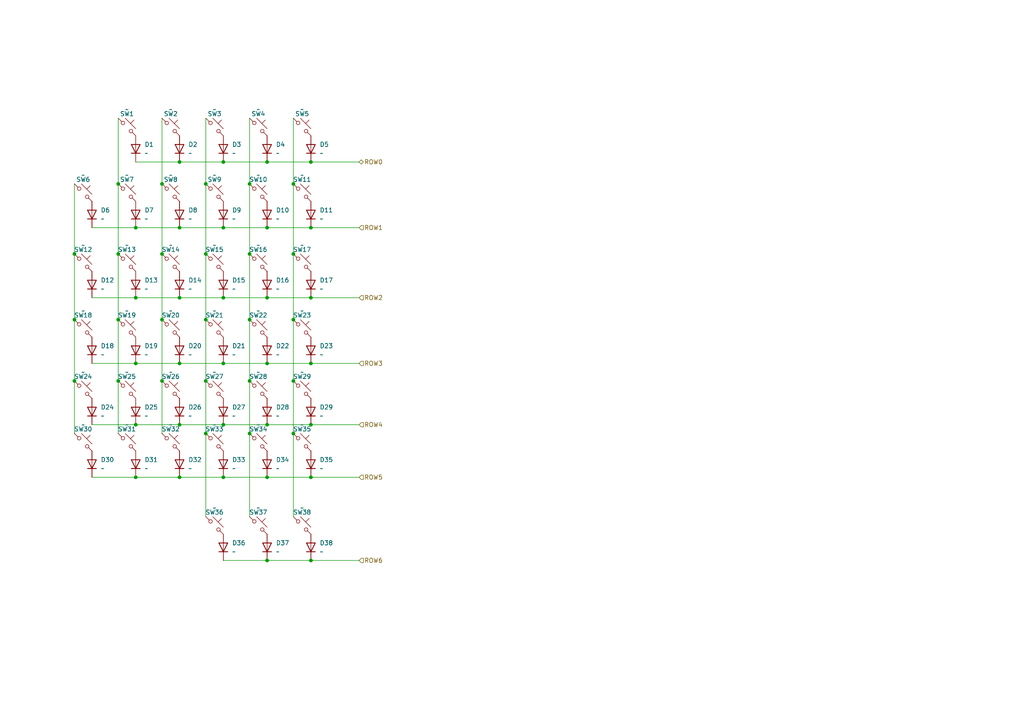
<source format=kicad_sch>
(kicad_sch (version 20230121) (generator eeschema)
  (paper "A4")
  (lib_symbols
    (symbol "Device:D" (pin_numbers hide) (pin_names (offset 1.016) hide)
      (property "Reference" "D" (at 0 2.54 0))
      (property "Value" "D" (at 0 -2.54 0))
      (symbol "D_0_1"
        (polyline (pts (xy -1.27 1.27) (xy -1.27 -1.27)) (stroke (width 0.254)))
        (polyline (pts (xy 1.27 0) (xy -1.27 0)))
        (polyline (pts (xy 1.27 1.27) (xy 1.27 -1.27) (xy -1.27 0) (xy 1.27 1.27)) (stroke (width 0.254)))
      )
      (symbol "D_1_1"
        (pin passive line (at -3.81 0 0) (length 2.54) (name "K") (number "1"))
        (pin passive line (at 3.81 0 180) (length 2.54) (name "A") (number "2"))
      )
    )
    (symbol "Switch:SW_Push_45deg" (pin_numbers hide) (pin_names (offset 1.016) hide)
      (property "Reference" "SW" (at 3.048 1.016 0))
      (property "Value" "SW_Push_45deg" (at 0 -3.81 0))
      (symbol "SW_Push_45deg_0_1"
        (circle (center -1.1684 1.1684) (radius 0.508))
        (polyline (pts (xy -0.508 2.54) (xy 2.54 -0.508)))
        (polyline (pts (xy 1.016 1.016) (xy 2.032 2.032)))
        (polyline (pts (xy -2.54 2.54) (xy -1.524 1.524) (xy -1.524 1.524)))
        (polyline (pts (xy 1.524 -1.524) (xy 2.54 -2.54) (xy 2.54 -2.54) (xy 2.54 -2.54)))
        (circle (center 1.143 -1.1938) (radius 0.508))
        (pin passive line (at -2.54 2.54 0) (length 0) (name "1") (number "1"))
        (pin passive line (at 2.54 -2.54 180) (length 0) (name "2") (number "2"))
      )
    )
  )
  (junction (at 77.47 105.41))
  (junction (at 52.07 46.99))
  (junction (at 90.17 46.99))
  (junction (at 85.09 110.49))
  (junction (at 39.37 66.04))
  (junction (at 21.59 73.66))
  (junction (at 52.07 66.04))
  (junction (at 52.07 123.19))
  (junction (at 77.47 66.04))
  (junction (at 85.09 92.71))
  (junction (at 64.77 105.41))
  (junction (at 34.29 53.34))
  (junction (at 52.07 86.36))
  (junction (at 64.77 66.04))
  (junction (at 85.09 125.73))
  (junction (at 77.47 86.36))
  (junction (at 59.69 53.34))
  (junction (at 46.99 110.49))
  (junction (at 72.39 53.34))
  (junction (at 39.37 86.36))
  (junction (at 46.99 73.66))
  (junction (at 72.39 73.66))
  (junction (at 90.17 162.56))
  (junction (at 52.07 138.43))
  (junction (at 34.29 110.49))
  (junction (at 90.17 66.04))
  (junction (at 21.59 92.71))
  (junction (at 72.39 92.71))
  (junction (at 21.59 110.49))
  (junction (at 90.17 123.19))
  (junction (at 34.29 92.71))
  (junction (at 59.69 92.71))
  (junction (at 39.37 138.43))
  (junction (at 39.37 123.19))
  (junction (at 77.47 138.43))
  (junction (at 77.47 162.56))
  (junction (at 85.09 73.66))
  (junction (at 90.17 86.36))
  (junction (at 59.69 110.49))
  (junction (at 64.77 138.43))
  (junction (at 72.39 110.49))
  (junction (at 64.77 123.19))
  (junction (at 90.17 105.41))
  (junction (at 77.47 46.99))
  (junction (at 85.09 53.34))
  (junction (at 59.69 125.73))
  (junction (at 72.39 125.73))
  (junction (at 77.47 123.19))
  (junction (at 52.07 105.41))
  (junction (at 39.37 105.41))
  (junction (at 59.69 73.66))
  (junction (at 34.29 73.66))
  (junction (at 64.77 86.36))
  (junction (at 46.99 92.71))
  (junction (at 64.77 46.99))
  (junction (at 46.99 53.34))
  (junction (at 90.17 138.43))
  (wire (pts (xy 52.07 123.19) (xy 64.77 123.19)))
  (wire (pts (xy 46.99 92.71) (xy 46.99 110.49)))
  (wire (pts (xy 90.17 105.41) (xy 104.14 105.41)))
  (wire (pts (xy 34.29 73.66) (xy 34.29 92.71)))
  (wire (pts (xy 52.07 138.43) (xy 64.77 138.43)))
  (wire (pts (xy 39.37 123.19) (xy 52.07 123.19)))
  (wire (pts (xy 64.77 162.56) (xy 77.47 162.56)))
  (wire (pts (xy 85.09 92.71) (xy 85.09 110.49)))
  (wire (pts (xy 77.47 46.99) (xy 90.17 46.99)))
  (wire (pts (xy 59.69 110.49) (xy 59.69 125.73)))
  (wire (pts (xy 64.77 105.41) (xy 77.47 105.41)))
  (wire (pts (xy 39.37 46.99) (xy 52.07 46.99)))
  (wire (pts (xy 72.39 110.49) (xy 72.39 125.73)))
  (wire (pts (xy 77.47 105.41) (xy 90.17 105.41)))
  (wire (pts (xy 21.59 53.34) (xy 21.59 73.66)))
  (wire (pts (xy 59.69 73.66) (xy 59.69 92.71)))
  (wire (pts (xy 39.37 66.04) (xy 52.07 66.04)))
  (wire (pts (xy 46.99 53.34) (xy 46.99 73.66)))
  (wire (pts (xy 52.07 86.36) (xy 64.77 86.36)))
  (wire (pts (xy 90.17 86.36) (xy 104.14 86.36)))
  (wire (pts (xy 90.17 123.19) (xy 104.14 123.19)))
  (wire (pts (xy 85.09 110.49) (xy 85.09 125.73)))
  (wire (pts (xy 39.37 138.43) (xy 52.07 138.43)))
  (wire (pts (xy 64.77 66.04) (xy 77.47 66.04)))
  (wire (pts (xy 46.99 125.73) (xy 46.99 110.49)))
  (wire (pts (xy 21.59 73.66) (xy 21.59 92.71)))
  (wire (pts (xy 72.39 125.73) (xy 72.39 149.86)))
  (wire (pts (xy 72.39 53.34) (xy 72.39 73.66)))
  (wire (pts (xy 85.09 53.34) (xy 85.09 73.66)))
  (wire (pts (xy 34.29 53.34) (xy 34.29 73.66)))
  (wire (pts (xy 26.67 105.41) (xy 39.37 105.41)))
  (wire (pts (xy 34.29 92.71) (xy 34.29 110.49)))
  (wire (pts (xy 46.99 34.29) (xy 46.99 53.34)))
  (wire (pts (xy 34.29 34.29) (xy 34.29 53.34)))
  (wire (pts (xy 77.47 66.04) (xy 90.17 66.04)))
  (wire (pts (xy 85.09 34.29) (xy 85.09 53.34)))
  (wire (pts (xy 52.07 66.04) (xy 64.77 66.04)))
  (wire (pts (xy 59.69 92.71) (xy 59.69 110.49)))
  (wire (pts (xy 85.09 125.73) (xy 85.09 149.86)))
  (wire (pts (xy 64.77 123.19) (xy 77.47 123.19)))
  (wire (pts (xy 26.67 86.36) (xy 39.37 86.36)))
  (wire (pts (xy 64.77 138.43) (xy 77.47 138.43)))
  (wire (pts (xy 59.69 34.29) (xy 59.69 53.34)))
  (wire (pts (xy 46.99 73.66) (xy 46.99 92.71)))
  (wire (pts (xy 34.29 125.73) (xy 34.29 110.49)))
  (wire (pts (xy 39.37 86.36) (xy 52.07 86.36)))
  (wire (pts (xy 21.59 110.49) (xy 21.59 125.73)))
  (wire (pts (xy 26.67 66.04) (xy 39.37 66.04)))
  (wire (pts (xy 90.17 46.99) (xy 104.14 46.99)))
  (wire (pts (xy 77.47 123.19) (xy 90.17 123.19)))
  (wire (pts (xy 77.47 138.43) (xy 90.17 138.43)))
  (wire (pts (xy 52.07 46.99) (xy 64.77 46.99)))
  (wire (pts (xy 90.17 162.56) (xy 104.14 162.56)))
  (wire (pts (xy 59.69 125.73) (xy 59.69 149.86)))
  (wire (pts (xy 26.67 123.19) (xy 39.37 123.19)))
  (wire (pts (xy 77.47 86.36) (xy 90.17 86.36)))
  (wire (pts (xy 26.67 138.43) (xy 39.37 138.43)))
  (wire (pts (xy 72.39 34.29) (xy 72.39 53.34)))
  (wire (pts (xy 39.37 105.41) (xy 52.07 105.41)))
  (wire (pts (xy 85.09 73.66) (xy 85.09 92.71)))
  (wire (pts (xy 52.07 105.41) (xy 64.77 105.41)))
  (wire (pts (xy 64.77 46.99) (xy 77.47 46.99)))
  (wire (pts (xy 64.77 86.36) (xy 77.47 86.36)))
  (wire (pts (xy 59.69 53.34) (xy 59.69 73.66)))
  (wire (pts (xy 72.39 73.66) (xy 72.39 92.71)))
  (wire (pts (xy 77.47 162.56) (xy 90.17 162.56)))
  (wire (pts (xy 90.17 66.04) (xy 104.14 66.04)))
  (wire (pts (xy 90.17 138.43) (xy 104.14 138.43)))
  (wire (pts (xy 72.39 92.71) (xy 72.39 110.49)))
  (wire (pts (xy 21.59 92.71) (xy 21.59 110.49)))
  (hierarchical_label "ROW1" (shape input) (at 104.14 66.04 0))
  (hierarchical_label "ROW3" (shape input) (at 104.14 105.41 0))
  (hierarchical_label "ROW0" (shape bidirectional) (at 104.14 46.99 0))
  (hierarchical_label "ROW5" (shape input) (at 104.14 138.43 0))
  (hierarchical_label "ROW2" (shape input) (at 104.14 86.36 0))
  (hierarchical_label "ROW6" (shape input) (at 104.14 162.56 0))
  (hierarchical_label "ROW4" (shape input) (at 104.14 123.19 0))
  (symbol (lib_id "Device:D") (at 64.77 43.18 90) (unit 1)
    (property "Reference" "D3" (at 67.31 41.91 90) (effects (justify right)))
    (property "Value" "~" (at 67.31 44.45 90) (effects (justify right)))
    (property "Footprint" "Diode_SMD:D_SOD-123" (effects hide))
    (property "Sim.Device" "D" (effects hide))
    (property "Sim.Pins" "1=K 2=A" (effects hide))
  )
  (symbol (lib_id "Device:D") (at 77.47 158.75 90) (unit 1)
    (property "Reference" "D37" (at 80.01 157.48 90) (effects (justify right)))
    (property "Value" "~" (at 80.01 160.02 90) (effects (justify right)))
    (property "Footprint" "Diode_SMD:D_SOD-123" (effects hide))
    (property "Sim.Device" "D" (effects hide))
    (property "Sim.Pins" "1=K 2=A" (effects hide))
  )
  (symbol (lib_id "Switch:SW_Push_45deg") (at 74.93 113.03 0) (unit 1)
    (property "Reference" "SW28" (at 74.93 109.22 0))
    (property "Value" "~" (at 74.93 107.95 0))
    (property "Footprint" "kiswitch/hotswaps:SW_Hotswap_Kailh_Choc_V1_Plated_1.00u" (effects hide))
  )
  (symbol (lib_id "Device:D") (at 90.17 119.38 90) (unit 1)
    (property "Reference" "D29" (at 92.71 118.11 90) (effects (justify right)))
    (property "Value" "~" (at 92.71 120.65 90) (effects (justify right)))
    (property "Footprint" "Diode_SMD:D_SOD-123" (effects hide))
    (property "Sim.Device" "D" (effects hide))
    (property "Sim.Pins" "1=K 2=A" (effects hide))
  )
  (symbol (lib_id "Device:D") (at 77.47 101.6 90) (unit 1)
    (property "Reference" "D22" (at 80.01 100.33 90) (effects (justify right)))
    (property "Value" "~" (at 80.01 102.87 90) (effects (justify right)))
    (property "Footprint" "Diode_SMD:D_SOD-123" (effects hide))
    (property "Sim.Device" "D" (effects hide))
    (property "Sim.Pins" "1=K 2=A" (effects hide))
  )
  (symbol (lib_id "Switch:SW_Push_45deg") (at 87.63 36.83 0) (unit 1)
    (property "Reference" "SW5" (at 87.63 33.02 0))
    (property "Value" "~" (at 87.63 31.75 0))
    (property "Footprint" "kiswitch/hotswaps:SW_Hotswap_Kailh_Choc_V1_Plated_1.00u" (effects hide))
  )
  (symbol (lib_id "Device:D") (at 52.07 82.55 90) (unit 1)
    (property "Reference" "D14" (at 54.61 81.28 90) (effects (justify right)))
    (property "Value" "~" (at 54.61 83.82 90) (effects (justify right)))
    (property "Footprint" "Diode_SMD:D_SOD-123" (effects hide))
    (property "Sim.Device" "D" (effects hide))
    (property "Sim.Pins" "1=K 2=A" (effects hide))
  )
  (symbol (lib_id "Switch:SW_Push_45deg") (at 24.13 113.03 0) (unit 1)
    (property "Reference" "SW24" (at 24.13 109.22 0))
    (property "Value" "~" (at 24.13 107.95 0))
    (property "Footprint" "kiswitch/hotswaps:SW_Hotswap_Kailh_Choc_V1_Plated_1.00u" (effects hide))
  )
  (symbol (lib_id "Switch:SW_Push_45deg") (at 36.83 76.2 0) (unit 1)
    (property "Reference" "SW13" (at 36.83 72.39 0))
    (property "Value" "~" (at 36.83 71.12 0))
    (property "Footprint" "kiswitch/hotswaps:SW_Hotswap_Kailh_Choc_V1_Plated_1.00u" (effects hide))
  )
  (symbol (lib_id "Device:D") (at 52.07 101.6 90) (unit 1)
    (property "Reference" "D20" (at 54.61 100.33 90) (effects (justify right)))
    (property "Value" "~" (at 54.61 102.87 90) (effects (justify right)))
    (property "Footprint" "Diode_SMD:D_SOD-123" (effects hide))
    (property "Sim.Device" "D" (effects hide))
    (property "Sim.Pins" "1=K 2=A" (effects hide))
  )
  (symbol (lib_id "Device:D") (at 52.07 119.38 90) (unit 1)
    (property "Reference" "D26" (at 54.61 118.11 90) (effects (justify right)))
    (property "Value" "~" (at 54.61 120.65 90) (effects (justify right)))
    (property "Footprint" "Diode_SMD:D_SOD-123" (effects hide))
    (property "Sim.Device" "D" (effects hide))
    (property "Sim.Pins" "1=K 2=A" (effects hide))
  )
  (symbol (lib_id "Device:D") (at 90.17 82.55 90) (unit 1)
    (property "Reference" "D17" (at 92.71 81.28 90) (effects (justify right)))
    (property "Value" "~" (at 92.71 83.82 90) (effects (justify right)))
    (property "Footprint" "Diode_SMD:D_SOD-123" (effects hide))
    (property "Sim.Device" "D" (effects hide))
    (property "Sim.Pins" "1=K 2=A" (effects hide))
  )
  (symbol (lib_id "Switch:SW_Push_45deg") (at 36.83 36.83 0) (unit 1)
    (property "Reference" "SW1" (at 36.83 33.02 0))
    (property "Value" "~" (at 36.83 31.75 0))
    (property "Footprint" "kiswitch/hotswaps:SW_Hotswap_Kailh_Choc_V1_Plated_1.00u" (effects hide))
  )
  (symbol (lib_id "Switch:SW_Push_45deg") (at 62.23 113.03 0) (unit 1)
    (property "Reference" "SW27" (at 62.23 109.22 0))
    (property "Value" "~" (at 62.23 107.95 0))
    (property "Footprint" "kiswitch/hotswaps:SW_Hotswap_Kailh_Choc_V1_Plated_1.00u" (effects hide))
  )
  (symbol (lib_id "Switch:SW_Push_45deg") (at 36.83 128.27 0) (unit 1)
    (property "Reference" "SW31" (at 36.83 124.46 0))
    (property "Value" "~" (at 36.83 123.19 0))
    (property "Footprint" "kiswitch/hotswaps:SW_Hotswap_Kailh_Choc_V1_Plated_1.00u" (effects hide))
  )
  (symbol (lib_id "Switch:SW_Push_45deg") (at 49.53 95.25 0) (unit 1)
    (property "Reference" "SW20" (at 49.53 91.44 0))
    (property "Value" "~" (at 49.53 90.17 0))
    (property "Footprint" "kiswitch/hotswaps:SW_Hotswap_Kailh_Choc_V1_Plated_1.00u" (effects hide))
  )
  (symbol (lib_id "Device:D") (at 90.17 101.6 90) (unit 1)
    (property "Reference" "D23" (at 92.71 100.33 90) (effects (justify right)))
    (property "Value" "~" (at 92.71 102.87 90) (effects (justify right)))
    (property "Footprint" "Diode_SMD:D_SOD-123" (effects hide))
    (property "Sim.Device" "D" (effects hide))
    (property "Sim.Pins" "1=K 2=A" (effects hide))
  )
  (symbol (lib_id "Switch:SW_Push_45deg") (at 62.23 128.27 0) (unit 1)
    (property "Reference" "SW33" (at 62.23 124.46 0))
    (property "Value" "~" (at 62.23 123.19 0))
    (property "Footprint" "kiswitch/hotswaps:SW_Hotswap_Kailh_Choc_V1_Plated_1.00u" (effects hide))
  )
  (symbol (lib_id "Device:D") (at 77.47 43.18 90) (unit 1)
    (property "Reference" "D4" (at 80.01 41.91 90) (effects (justify right)))
    (property "Value" "~" (at 80.01 44.45 90) (effects (justify right)))
    (property "Footprint" "Diode_SMD:D_SOD-123" (effects hide))
    (property "Sim.Device" "D" (effects hide))
    (property "Sim.Pins" "1=K 2=A" (effects hide))
  )
  (symbol (lib_id "Switch:SW_Push_45deg") (at 87.63 76.2 0) (unit 1)
    (property "Reference" "SW17" (at 87.63 72.39 0))
    (property "Value" "~" (at 87.63 71.12 0))
    (property "Footprint" "kiswitch/hotswaps:SW_Hotswap_Kailh_Choc_V1_Plated_1.00u" (effects hide))
  )
  (symbol (lib_id "Device:D") (at 26.67 134.62 90) (unit 1)
    (property "Reference" "D30" (at 29.21 133.35 90) (effects (justify right)))
    (property "Value" "~" (at 29.21 135.89 90) (effects (justify right)))
    (property "Footprint" "Diode_SMD:D_SOD-123" (effects hide))
    (property "Sim.Device" "D" (effects hide))
    (property "Sim.Pins" "1=K 2=A" (effects hide))
  )
  (symbol (lib_id "Switch:SW_Push_45deg") (at 87.63 128.27 0) (unit 1)
    (property "Reference" "SW35" (at 87.63 124.46 0))
    (property "Value" "~" (at 87.63 123.19 0))
    (property "Footprint" "kiswitch/hotswaps:SW_Hotswap_Kailh_Choc_V1_Plated_1.00u" (effects hide))
  )
  (symbol (lib_id "Device:D") (at 52.07 134.62 90) (unit 1)
    (property "Reference" "D32" (at 54.61 133.35 90) (effects (justify right)))
    (property "Value" "~" (at 54.61 135.89 90) (effects (justify right)))
    (property "Footprint" "Diode_SMD:D_SOD-123" (effects hide))
    (property "Sim.Device" "D" (effects hide))
    (property "Sim.Pins" "1=K 2=A" (effects hide))
  )
  (symbol (lib_id "Switch:SW_Push_45deg") (at 74.93 128.27 0) (unit 1)
    (property "Reference" "SW34" (at 74.93 124.46 0))
    (property "Value" "~" (at 74.93 123.19 0))
    (property "Footprint" "kiswitch/hotswaps:SW_Hotswap_Kailh_Choc_V1_Plated_1.00u" (effects hide))
  )
  (symbol (lib_id "Switch:SW_Push_45deg") (at 36.83 95.25 0) (unit 1)
    (property "Reference" "SW19" (at 36.83 91.44 0))
    (property "Value" "~" (at 36.83 90.17 0))
    (property "Footprint" "kiswitch/hotswaps:SW_Hotswap_Kailh_Choc_V1_Plated_1.00u" (effects hide))
  )
  (symbol (lib_id "Switch:SW_Push_45deg") (at 74.93 152.4 0) (unit 1)
    (property "Reference" "SW37" (at 74.93 148.59 0))
    (property "Value" "~" (at 74.93 147.32 0))
    (property "Footprint" "kiswitch/hotswaps:SW_Hotswap_Kailh_Choc_V1_Plated_1.00u" (effects hide))
  )
  (symbol (lib_id "Device:D") (at 39.37 43.18 90) (unit 1)
    (property "Reference" "D1" (at 41.91 41.91 90) (effects (justify right)))
    (property "Value" "~" (at 41.91 44.45 90) (effects (justify right)))
    (property "Footprint" "Diode_SMD:D_SOD-123" (effects hide))
    (property "Sim.Device" "D" (effects hide))
    (property "Sim.Pins" "1=K 2=A" (effects hide))
  )
  (symbol (lib_id "Device:D") (at 26.67 101.6 90) (unit 1)
    (property "Reference" "D18" (at 29.21 100.33 90) (effects (justify right)))
    (property "Value" "~" (at 29.21 102.87 90) (effects (justify right)))
    (property "Footprint" "Diode_SMD:D_SOD-123" (effects hide))
    (property "Sim.Device" "D" (effects hide))
    (property "Sim.Pins" "1=K 2=A" (effects hide))
  )
  (symbol (lib_id "Switch:SW_Push_45deg") (at 24.13 55.88 0) (unit 1)
    (property "Reference" "SW6" (at 24.13 52.07 0))
    (property "Value" "~" (at 24.13 50.8 0))
    (property "Footprint" "kiswitch/hotswaps:SW_Hotswap_Kailh_Choc_V1_Plated_1.00u" (effects hide))
  )
  (symbol (lib_id "Switch:SW_Push_45deg") (at 36.83 113.03 0) (unit 1)
    (property "Reference" "SW25" (at 36.83 109.22 0))
    (property "Value" "~" (at 36.83 107.95 0))
    (property "Footprint" "kiswitch/hotswaps:SW_Hotswap_Kailh_Choc_V1_Plated_1.00u" (effects hide))
  )
  (symbol (lib_id "Device:D") (at 64.77 134.62 90) (unit 1)
    (property "Reference" "D33" (at 67.31 133.35 90) (effects (justify right)))
    (property "Value" "~" (at 67.31 135.89 90) (effects (justify right)))
    (property "Footprint" "Diode_SMD:D_SOD-123" (effects hide))
    (property "Sim.Device" "D" (effects hide))
    (property "Sim.Pins" "1=K 2=A" (effects hide))
  )
  (symbol (lib_id "Switch:SW_Push_45deg") (at 87.63 113.03 0) (unit 1)
    (property "Reference" "SW29" (at 87.63 109.22 0))
    (property "Value" "~" (at 87.63 107.95 0))
    (property "Footprint" "kiswitch/hotswaps:SW_Hotswap_Kailh_Choc_V1_Plated_1.00u" (effects hide))
  )
  (symbol (lib_id "Switch:SW_Push_45deg") (at 49.53 76.2 0) (unit 1)
    (property "Reference" "SW14" (at 49.53 72.39 0))
    (property "Value" "~" (at 49.53 71.12 0))
    (property "Footprint" "kiswitch/hotswaps:SW_Hotswap_Kailh_Choc_V1_Plated_1.00u" (effects hide))
  )
  (symbol (lib_id "Switch:SW_Push_45deg") (at 62.23 36.83 0) (unit 1)
    (property "Reference" "SW3" (at 62.23 33.02 0))
    (property "Value" "~" (at 62.23 31.75 0))
    (property "Footprint" "kiswitch/hotswaps:SW_Hotswap_Kailh_Choc_V1_Plated_1.00u" (effects hide))
  )
  (symbol (lib_id "Device:D") (at 26.67 119.38 90) (unit 1)
    (property "Reference" "D24" (at 29.21 118.11 90) (effects (justify right)))
    (property "Value" "~" (at 29.21 120.65 90) (effects (justify right)))
    (property "Footprint" "Diode_SMD:D_SOD-123" (effects hide))
    (property "Sim.Device" "D" (effects hide))
    (property "Sim.Pins" "1=K 2=A" (effects hide))
  )
  (symbol (lib_id "Device:D") (at 90.17 62.23 90) (unit 1)
    (property "Reference" "D11" (at 92.71 60.96 90) (effects (justify right)))
    (property "Value" "~" (at 92.71 63.5 90) (effects (justify right)))
    (property "Footprint" "Diode_SMD:D_SOD-123" (effects hide))
    (property "Sim.Device" "D" (effects hide))
    (property "Sim.Pins" "1=K 2=A" (effects hide))
  )
  (symbol (lib_id "Switch:SW_Push_45deg") (at 74.93 95.25 0) (unit 1)
    (property "Reference" "SW22" (at 74.93 91.44 0))
    (property "Value" "~" (at 74.93 90.17 0))
    (property "Footprint" "kiswitch/hotswaps:SW_Hotswap_Kailh_Choc_V1_Plated_1.00u" (effects hide))
  )
  (symbol (lib_id "Device:D") (at 52.07 62.23 90) (unit 1)
    (property "Reference" "D8" (at 54.61 60.96 90) (effects (justify right)))
    (property "Value" "~" (at 54.61 63.5 90) (effects (justify right)))
    (property "Footprint" "Diode_SMD:D_SOD-123" (effects hide))
    (property "Sim.Device" "D" (effects hide))
    (property "Sim.Pins" "1=K 2=A" (effects hide))
  )
  (symbol (lib_id "Switch:SW_Push_45deg") (at 87.63 152.4 0) (unit 1)
    (property "Reference" "SW38" (at 87.63 148.59 0))
    (property "Value" "~" (at 87.63 147.32 0))
    (property "Footprint" "kiswitch/hotswaps:SW_Hotswap_Kailh_Choc_V1_Plated_1.00u" (effects hide))
  )
  (symbol (lib_id "Switch:SW_Push_45deg") (at 24.13 76.2 0) (unit 1)
    (property "Reference" "SW12" (at 24.13 72.39 0))
    (property "Value" "~" (at 24.13 71.12 0))
    (property "Footprint" "kiswitch/hotswaps:SW_Hotswap_Kailh_Choc_V1_Plated_1.00u" (effects hide))
  )
  (symbol (lib_id "Device:D") (at 64.77 119.38 90) (unit 1)
    (property "Reference" "D27" (at 67.31 118.11 90) (effects (justify right)))
    (property "Value" "~" (at 67.31 120.65 90) (effects (justify right)))
    (property "Footprint" "Diode_SMD:D_SOD-123" (effects hide))
    (property "Sim.Device" "D" (effects hide))
    (property "Sim.Pins" "1=K 2=A" (effects hide))
  )
  (symbol (lib_id "Device:D") (at 64.77 101.6 90) (unit 1)
    (property "Reference" "D21" (at 67.31 100.33 90) (effects (justify right)))
    (property "Value" "~" (at 67.31 102.87 90) (effects (justify right)))
    (property "Footprint" "Diode_SMD:D_SOD-123" (effects hide))
    (property "Sim.Device" "D" (effects hide))
    (property "Sim.Pins" "1=K 2=A" (effects hide))
  )
  (symbol (lib_id "Switch:SW_Push_45deg") (at 62.23 76.2 0) (unit 1)
    (property "Reference" "SW15" (at 62.23 72.39 0))
    (property "Value" "~" (at 62.23 71.12 0))
    (property "Footprint" "kiswitch/hotswaps:SW_Hotswap_Kailh_Choc_V1_Plated_1.00u" (effects hide))
  )
  (symbol (lib_id "Device:D") (at 90.17 43.18 90) (unit 1)
    (property "Reference" "D5" (at 92.71 41.91 90) (effects (justify right)))
    (property "Value" "~" (at 92.71 44.45 90) (effects (justify right)))
    (property "Footprint" "Diode_SMD:D_SOD-123" (effects hide))
    (property "Sim.Device" "D" (effects hide))
    (property "Sim.Pins" "1=K 2=A" (effects hide))
  )
  (symbol (lib_id "Switch:SW_Push_45deg") (at 49.53 113.03 0) (unit 1)
    (property "Reference" "SW26" (at 49.53 109.22 0))
    (property "Value" "~" (at 49.53 107.95 0))
    (property "Footprint" "kiswitch/hotswaps:SW_Hotswap_Kailh_Choc_V1_Plated_1.00u" (effects hide))
  )
  (symbol (lib_id "Switch:SW_Push_45deg") (at 74.93 36.83 0) (unit 1)
    (property "Reference" "SW4" (at 74.93 33.02 0))
    (property "Value" "~" (at 74.93 31.75 0))
    (property "Footprint" "kiswitch/hotswaps:SW_Hotswap_Kailh_Choc_V1_Plated_1.00u" (effects hide))
  )
  (symbol (lib_id "Switch:SW_Push_45deg") (at 74.93 55.88 0) (unit 1)
    (property "Reference" "SW10" (at 74.93 52.07 0))
    (property "Value" "~" (at 74.93 50.8 0))
    (property "Footprint" "kiswitch/hotswaps:SW_Hotswap_Kailh_Choc_V1_Plated_1.00u" (effects hide))
  )
  (symbol (lib_id "Device:D") (at 26.67 82.55 90) (unit 1)
    (property "Reference" "D12" (at 29.21 81.28 90) (effects (justify right)))
    (property "Value" "~" (at 29.21 83.82 90) (effects (justify right)))
    (property "Footprint" "Diode_SMD:D_SOD-123" (effects hide))
    (property "Sim.Device" "D" (effects hide))
    (property "Sim.Pins" "1=K 2=A" (effects hide))
  )
  (symbol (lib_id "Device:D") (at 64.77 62.23 90) (unit 1)
    (property "Reference" "D9" (at 67.31 60.96 90) (effects (justify right)))
    (property "Value" "~" (at 67.31 63.5 90) (effects (justify right)))
    (property "Footprint" "Diode_SMD:D_SOD-123" (effects hide))
    (property "Sim.Device" "D" (effects hide))
    (property "Sim.Pins" "1=K 2=A" (effects hide))
  )
  (symbol (lib_id "Switch:SW_Push_45deg") (at 24.13 128.27 0) (unit 1)
    (property "Reference" "SW30" (at 24.13 124.46 0))
    (property "Value" "~" (at 24.13 123.19 0))
    (property "Footprint" "kiswitch/hotswaps:SW_Hotswap_Kailh_Choc_V1_Plated_1.00u" (effects hide))
  )
  (symbol (lib_id "Device:D") (at 39.37 62.23 90) (unit 1)
    (property "Reference" "D7" (at 41.91 60.96 90) (effects (justify right)))
    (property "Value" "~" (at 41.91 63.5 90) (effects (justify right)))
    (property "Footprint" "Diode_SMD:D_SOD-123" (effects hide))
    (property "Sim.Device" "D" (effects hide))
    (property "Sim.Pins" "1=K 2=A" (effects hide))
  )
  (symbol (lib_id "Device:D") (at 39.37 82.55 90) (unit 1)
    (property "Reference" "D13" (at 41.91 81.28 90) (effects (justify right)))
    (property "Value" "~" (at 41.91 83.82 90) (effects (justify right)))
    (property "Footprint" "Diode_SMD:D_SOD-123" (effects hide))
    (property "Sim.Device" "D" (effects hide))
    (property "Sim.Pins" "1=K 2=A" (effects hide))
  )
  (symbol (lib_id "Switch:SW_Push_45deg") (at 24.13 95.25 0) (unit 1)
    (property "Reference" "SW18" (at 24.13 91.44 0))
    (property "Value" "~" (at 24.13 90.17 0))
    (property "Footprint" "kiswitch/hotswaps:SW_Hotswap_Kailh_Choc_V1_Plated_1.00u" (effects hide))
  )
  (symbol (lib_id "Device:D") (at 39.37 101.6 90) (unit 1)
    (property "Reference" "D19" (at 41.91 100.33 90) (effects (justify right)))
    (property "Value" "~" (at 41.91 102.87 90) (effects (justify right)))
    (property "Footprint" "Diode_SMD:D_SOD-123" (effects hide))
    (property "Sim.Device" "D" (effects hide))
    (property "Sim.Pins" "1=K 2=A" (effects hide))
  )
  (symbol (lib_id "Switch:SW_Push_45deg") (at 49.53 36.83 0) (unit 1)
    (property "Reference" "SW2" (at 49.53 33.02 0))
    (property "Value" "~" (at 49.53 31.75 0))
    (property "Footprint" "kiswitch/hotswaps:SW_Hotswap_Kailh_Choc_V1_Plated_1.00u" (effects hide))
  )
  (symbol (lib_id "Device:D") (at 90.17 158.75 90) (unit 1)
    (property "Reference" "D38" (at 92.71 157.48 90) (effects (justify right)))
    (property "Value" "~" (at 92.71 160.02 90) (effects (justify right)))
    (property "Footprint" "Diode_SMD:D_SOD-123" (effects hide))
    (property "Sim.Device" "D" (effects hide))
    (property "Sim.Pins" "1=K 2=A" (effects hide))
  )
  (symbol (lib_id "Device:D") (at 39.37 119.38 90) (unit 1)
    (property "Reference" "D25" (at 41.91 118.11 90) (effects (justify right)))
    (property "Value" "~" (at 41.91 120.65 90) (effects (justify right)))
    (property "Footprint" "Diode_SMD:D_SOD-123" (effects hide))
    (property "Sim.Device" "D" (effects hide))
    (property "Sim.Pins" "1=K 2=A" (effects hide))
  )
  (symbol (lib_id "Device:D") (at 77.47 62.23 90) (unit 1)
    (property "Reference" "D10" (at 80.01 60.96 90) (effects (justify right)))
    (property "Value" "~" (at 80.01 63.5 90) (effects (justify right)))
    (property "Footprint" "Diode_SMD:D_SOD-123" (effects hide))
    (property "Sim.Device" "D" (effects hide))
    (property "Sim.Pins" "1=K 2=A" (effects hide))
  )
  (symbol (lib_id "Device:D") (at 52.07 43.18 90) (unit 1)
    (property "Reference" "D2" (at 54.61 41.91 90) (effects (justify right)))
    (property "Value" "~" (at 54.61 44.45 90) (effects (justify right)))
    (property "Footprint" "Diode_SMD:D_SOD-123" (effects hide))
    (property "Sim.Device" "D" (effects hide))
    (property "Sim.Pins" "1=K 2=A" (effects hide))
  )
  (symbol (lib_id "Switch:SW_Push_45deg") (at 74.93 76.2 0) (unit 1)
    (property "Reference" "SW16" (at 74.93 72.39 0))
    (property "Value" "~" (at 74.93 71.12 0))
    (property "Footprint" "kiswitch/hotswaps:SW_Hotswap_Kailh_Choc_V1_Plated_1.00u" (effects hide))
  )
  (symbol (lib_id "Switch:SW_Push_45deg") (at 49.53 128.27 0) (unit 1)
    (property "Reference" "SW32" (at 49.53 124.46 0))
    (property "Value" "~" (at 49.53 123.19 0))
    (property "Footprint" "kiswitch/hotswaps:SW_Hotswap_Kailh_Choc_V1_Plated_1.00u" (effects hide))
  )
  (symbol (lib_id "Switch:SW_Push_45deg") (at 87.63 55.88 0) (unit 1)
    (property "Reference" "SW11" (at 87.63 52.07 0))
    (property "Value" "~" (at 87.63 50.8 0))
    (property "Footprint" "kiswitch/hotswaps:SW_Hotswap_Kailh_Choc_V1_Plated_1.00u" (effects hide))
  )
  (symbol (lib_id "Switch:SW_Push_45deg") (at 62.23 152.4 0) (unit 1)
    (property "Reference" "SW36" (at 62.23 148.59 0))
    (property "Value" "~" (at 62.23 147.32 0))
    (property "Footprint" "kiswitch/hotswaps:SW_Hotswap_Kailh_Choc_V1_Plated_1.00u" (effects hide))
  )
  (symbol (lib_id "Switch:SW_Push_45deg") (at 62.23 95.25 0) (unit 1)
    (property "Reference" "SW21" (at 62.23 91.44 0))
    (property "Value" "~" (at 62.23 90.17 0))
    (property "Footprint" "kiswitch/hotswaps:SW_Hotswap_Kailh_Choc_V1_Plated_1.00u" (effects hide))
  )
  (symbol (lib_id "Switch:SW_Push_45deg") (at 36.83 55.88 0) (unit 1)
    (property "Reference" "SW7" (at 36.83 52.07 0))
    (property "Value" "~" (at 36.83 50.8 0))
    (property "Footprint" "kiswitch/hotswaps:SW_Hotswap_Kailh_Choc_V1_Plated_1.00u" (effects hide))
  )
  (symbol (lib_id "Device:D") (at 77.47 134.62 90) (unit 1)
    (property "Reference" "D34" (at 80.01 133.35 90) (effects (justify right)))
    (property "Value" "~" (at 80.01 135.89 90) (effects (justify right)))
    (property "Footprint" "Diode_SMD:D_SOD-123" (effects hide))
    (property "Sim.Device" "D" (effects hide))
    (property "Sim.Pins" "1=K 2=A" (effects hide))
  )
  (symbol (lib_id "Device:D") (at 77.47 82.55 90) (unit 1)
    (property "Reference" "D16" (at 80.01 81.28 90) (effects (justify right)))
    (property "Value" "~" (at 80.01 83.82 90) (effects (justify right)))
    (property "Footprint" "Diode_SMD:D_SOD-123" (effects hide))
    (property "Sim.Device" "D" (effects hide))
    (property "Sim.Pins" "1=K 2=A" (effects hide))
  )
  (symbol (lib_id "Device:D") (at 64.77 158.75 90) (unit 1)
    (property "Reference" "D36" (at 67.31 157.48 90) (effects (justify right)))
    (property "Value" "~" (at 67.31 160.02 90) (effects (justify right)))
    (property "Footprint" "Diode_SMD:D_SOD-123" (effects hide))
    (property "Sim.Device" "D" (effects hide))
    (property "Sim.Pins" "1=K 2=A" (effects hide))
  )
  (symbol (lib_id "Device:D") (at 90.17 134.62 90) (unit 1)
    (property "Reference" "D35" (at 92.71 133.35 90) (effects (justify right)))
    (property "Value" "~" (at 92.71 135.89 90) (effects (justify right)))
    (property "Footprint" "Diode_SMD:D_SOD-123" (effects hide))
    (property "Sim.Device" "D" (effects hide))
    (property "Sim.Pins" "1=K 2=A" (effects hide))
  )
  (symbol (lib_id "Device:D") (at 77.47 119.38 90) (unit 1)
    (property "Reference" "D28" (at 80.01 118.11 90) (effects (justify right)))
    (property "Value" "~" (at 80.01 120.65 90) (effects (justify right)))
    (property "Footprint" "Diode_SMD:D_SOD-123" (effects hide))
    (property "Sim.Device" "D" (effects hide))
    (property "Sim.Pins" "1=K 2=A" (effects hide))
  )
  (symbol (lib_id "Switch:SW_Push_45deg") (at 87.63 95.25 0) (unit 1)
    (property "Reference" "SW23" (at 87.63 91.44 0))
    (property "Value" "~" (at 87.63 90.17 0))
    (property "Footprint" "kiswitch/hotswaps:SW_Hotswap_Kailh_Choc_V1_Plated_1.00u" (effects hide))
  )
  (symbol (lib_id "Device:D") (at 64.77 82.55 90) (unit 1)
    (property "Reference" "D15" (at 67.31 81.28 90) (effects (justify right)))
    (property "Value" "~" (at 67.31 83.82 90) (effects (justify right)))
    (property "Footprint" "Diode_SMD:D_SOD-123" (effects hide))
    (property "Sim.Device" "D" (effects hide))
    (property "Sim.Pins" "1=K 2=A" (effects hide))
  )
  (symbol (lib_id "Switch:SW_Push_45deg") (at 62.23 55.88 0) (unit 1)
    (property "Reference" "SW9" (at 62.23 52.07 0))
    (property "Value" "~" (at 62.23 50.8 0))
    (property "Footprint" "kiswitch/hotswaps:SW_Hotswap_Kailh_Choc_V1_Plated_1.00u" (effects hide))
  )
  (symbol (lib_id "Device:D") (at 26.67 62.23 90) (unit 1)
    (property "Reference" "D6" (at 29.21 60.96 90) (effects (justify right)))
    (property "Value" "~" (at 29.21 63.5 90) (effects (justify right)))
    (property "Footprint" "Diode_SMD:D_SOD-123" (effects hide))
    (property "Sim.Device" "D" (effects hide))
    (property "Sim.Pins" "1=K 2=A" (effects hide))
  )
  (symbol (lib_id "Switch:SW_Push_45deg") (at 49.53 55.88 0) (unit 1)
    (property "Reference" "SW8" (at 49.53 52.07 0))
    (property "Value" "~" (at 49.53 50.8 0))
    (property "Footprint" "kiswitch/hotswaps:SW_Hotswap_Kailh_Choc_V1_Plated_1.00u" (effects hide))
  )
  (symbol (lib_id "Device:D") (at 39.37 134.62 90) (unit 1)
    (property "Reference" "D31" (at 41.91 133.35 90) (effects (justify right)))
    (property "Value" "~" (at 41.91 135.89 90) (effects (justify right)))
    (property "Footprint" "Diode_SMD:D_SOD-123" (effects hide))
    (property "Sim.Device" "D" (effects hide))
    (property "Sim.Pins" "1=K 2=A" (effects hide))
  )
)
</source>
